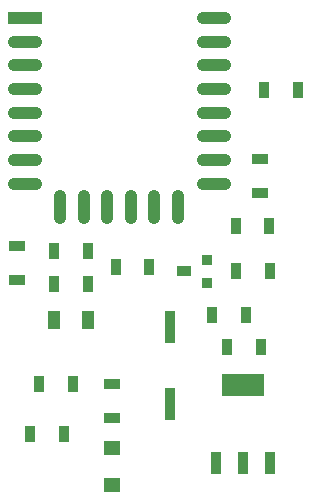
<source format=gtp>
G04 #@! TF.GenerationSoftware,KiCad,Pcbnew,5.0.0-fee4fd1~66~ubuntu16.04.1*
G04 #@! TF.CreationDate,2018-08-26T15:56:11+02:00*
G04 #@! TF.ProjectId,RESP,524553502E6B696361645F7063620000,rev?*
G04 #@! TF.SameCoordinates,Original*
G04 #@! TF.FileFunction,Paste,Top*
G04 #@! TF.FilePolarity,Positive*
%FSLAX46Y46*%
G04 Gerber Fmt 4.6, Leading zero omitted, Abs format (unit mm)*
G04 Created by KiCad (PCBNEW 5.0.0-fee4fd1~66~ubuntu16.04.1) date Sun Aug 26 15:56:11 2018*
%MOMM*%
%LPD*%
G01*
G04 APERTURE LIST*
%ADD10R,0.916000X1.424000*%
%ADD11R,1.424000X0.916000*%
%ADD12R,2.900000X1.100000*%
%ADD13O,2.900000X1.100000*%
%ADD14O,1.100000X2.900000*%
%ADD15R,1.424000X1.170000*%
%ADD16R,0.814400X0.814400*%
%ADD17R,1.170000X0.814400*%
%ADD18R,1.043000X1.551000*%
%ADD19R,3.557600X1.932000*%
%ADD20R,0.916000X1.932000*%
%ADD21R,0.916000X2.694000*%
G04 APERTURE END LIST*
D10*
G04 #@! TO.C,C2*
X81884150Y-163324160D03*
X79029190Y-163324160D03*
G04 #@! TD*
G04 #@! TO.C,R1*
X62328690Y-170690160D03*
X65183650Y-170690160D03*
G04 #@! TD*
G04 #@! TO.C,R2*
X63090690Y-166435660D03*
X65945650Y-166435660D03*
G04 #@! TD*
D11*
G04 #@! TO.C,R3*
X61216170Y-154784680D03*
X61216170Y-157639640D03*
G04 #@! TD*
D10*
G04 #@! TO.C,R4*
X80614150Y-160593660D03*
X77759190Y-160593660D03*
G04 #@! TD*
G04 #@! TO.C,R5*
X82646150Y-156910660D03*
X79791190Y-156910660D03*
G04 #@! TD*
D11*
G04 #@! TO.C,R6*
X81790170Y-150273640D03*
X81790170Y-147418680D03*
G04 #@! TD*
D12*
G04 #@! TO.C,U1*
X61852170Y-135480160D03*
D13*
X61852170Y-137480160D03*
X61852170Y-139480160D03*
X61852170Y-141480160D03*
X61852170Y-143480160D03*
X61852170Y-145480160D03*
X61852170Y-147480160D03*
X61852170Y-149480160D03*
X77852170Y-149480160D03*
X77852170Y-147480160D03*
X77852170Y-143480160D03*
X77852170Y-141480160D03*
X77852170Y-139480160D03*
X77852170Y-137480160D03*
X77852170Y-135480160D03*
X77852170Y-145480160D03*
D14*
X74852170Y-151480160D03*
X72852170Y-151480160D03*
X70852170Y-151480160D03*
X68852170Y-151480160D03*
X66852170Y-151480160D03*
X64852170Y-151480160D03*
G04 #@! TD*
D10*
G04 #@! TO.C,R7*
X82582650Y-153100660D03*
X79727690Y-153100660D03*
G04 #@! TD*
D11*
G04 #@! TO.C,R8*
X69217170Y-169323640D03*
X69217170Y-166468680D03*
G04 #@! TD*
D15*
G04 #@! TO.C,LD1*
X69217170Y-171833160D03*
X69217170Y-175008160D03*
G04 #@! TD*
D16*
G04 #@! TO.C,T1*
X77268970Y-157863160D03*
X77268970Y-155958160D03*
D17*
X75341110Y-156910660D03*
G04 #@! TD*
D10*
G04 #@! TO.C,C1*
X64360690Y-157990160D03*
X67215650Y-157990160D03*
G04 #@! TD*
D18*
G04 #@! TO.C,C3*
X64360690Y-161038160D03*
X67215650Y-161038160D03*
G04 #@! TD*
D10*
G04 #@! TO.C,R9*
X64360690Y-155196160D03*
X67215650Y-155196160D03*
G04 #@! TD*
G04 #@! TO.C,R10*
X69567690Y-156529660D03*
X72422650Y-156529660D03*
G04 #@! TD*
D19*
G04 #@! TO.C,U2*
X80329670Y-166499160D03*
D20*
X80329670Y-173103160D03*
X82615670Y-173103160D03*
X78043670Y-173103160D03*
G04 #@! TD*
D10*
G04 #@! TO.C,R11*
X84995650Y-141543660D03*
X82140690Y-141543660D03*
G04 #@! TD*
D21*
G04 #@! TO.C,S1*
X74170170Y-168101900D03*
X74170170Y-161594420D03*
G04 #@! TD*
M02*

</source>
